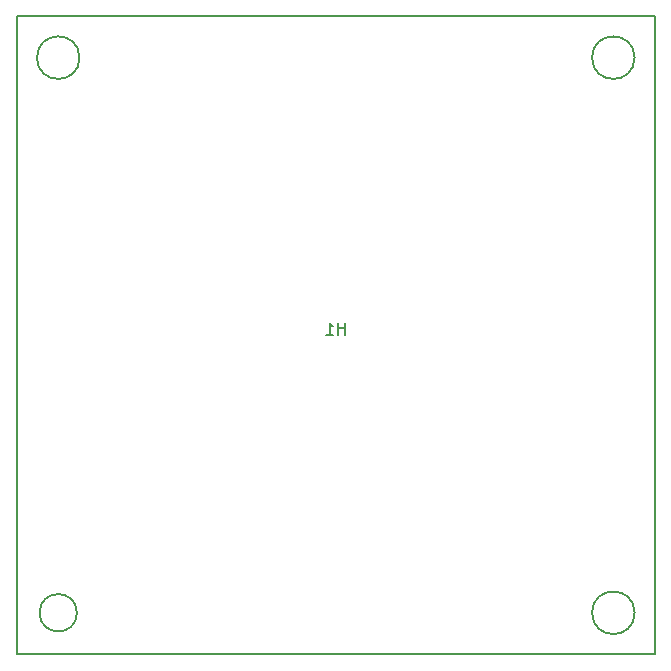
<source format=gbo>
G04 #@! TF.FileFunction,Legend,Bot*
%FSLAX46Y46*%
G04 Gerber Fmt 4.6, Leading zero omitted, Abs format (unit mm)*
G04 Created by KiCad (PCBNEW (after 2015-mar-04 BZR unknown)-product) date Wed 13 May 2015 01:15:45 AM EDT*
%MOMM*%
G01*
G04 APERTURE LIST*
%ADD10C,0.100000*%
%ADD11C,0.150000*%
G04 APERTURE END LIST*
D10*
D11*
X208183481Y-57398295D02*
G75*
G03X208183481Y-57398295I-1802776J0D01*
G01*
X161183481Y-57398295D02*
G75*
G03X161183481Y-57398295I-1802776J0D01*
G01*
X208183481Y-104398295D02*
G75*
G03X208183481Y-104398295I-1802776J0D01*
G01*
X160961844Y-104398295D02*
G75*
G03X160961844Y-104398295I-1581139J0D01*
G01*
X155880705Y-53898295D02*
X155880705Y-107898295D01*
X209880705Y-53898295D02*
X155880705Y-53898295D01*
X209880705Y-107898295D02*
X209880705Y-53898295D01*
X155880705Y-107898295D02*
X209880705Y-107898295D01*
X183642610Y-80850676D02*
X183642610Y-79850676D01*
X183642610Y-80326866D02*
X183071181Y-80326866D01*
X183071181Y-80850676D02*
X183071181Y-79850676D01*
X182071181Y-80850676D02*
X182642610Y-80850676D01*
X182356896Y-80850676D02*
X182356896Y-79850676D01*
X182452134Y-79993533D01*
X182547372Y-80088771D01*
X182642610Y-80136390D01*
M02*

</source>
